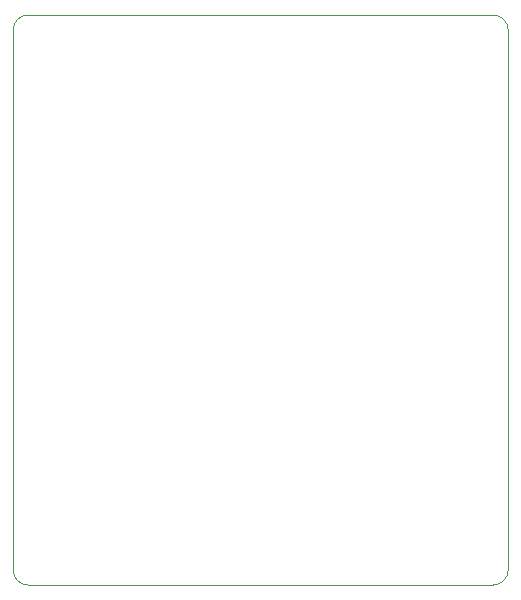
<source format=gm1>
%TF.GenerationSoftware,KiCad,Pcbnew,(6.0.5-0)*%
%TF.CreationDate,2022-06-17T01:25:01+08:00*%
%TF.ProjectId,Pragmatic,50726167-6d61-4746-9963-2e6b69636164,V3*%
%TF.SameCoordinates,PX7df6180PY32de760*%
%TF.FileFunction,Profile,NP*%
%FSLAX46Y46*%
G04 Gerber Fmt 4.6, Leading zero omitted, Abs format (unit mm)*
G04 Created by KiCad (PCBNEW (6.0.5-0)) date 2022-06-17 01:25:01*
%MOMM*%
%LPD*%
G01*
G04 APERTURE LIST*
%TA.AperFunction,Profile*%
%ADD10C,0.120000*%
%TD*%
G04 APERTURE END LIST*
D10*
X27305000Y-42545000D02*
X-12065000Y-42545000D01*
X-13335000Y-41275000D02*
X-13335000Y4445000D01*
X28575000Y4445000D02*
G75*
G03*
X27305000Y5715000I-1270000J0D01*
G01*
X-13335000Y-41275000D02*
G75*
G03*
X-12065000Y-42545000I1270000J0D01*
G01*
X27305000Y-42545000D02*
G75*
G03*
X28575000Y-41275000I0J1270000D01*
G01*
X-12065000Y5715000D02*
G75*
G03*
X-13335000Y4445000I0J-1270000D01*
G01*
X-12065000Y5715000D02*
X27305000Y5715000D01*
X28575000Y4445000D02*
X28575000Y-41275000D01*
M02*

</source>
